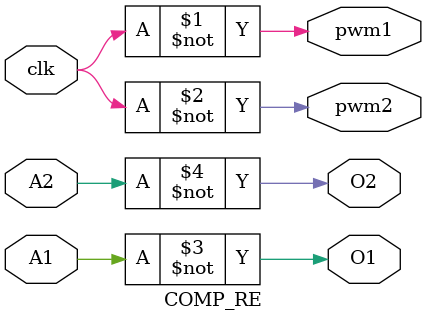
<source format=v>
module COMP_RE
(
input clk,
output  pwm1,
output  pwm2,
input A1,
input A2,
output  O1,
output  O2
);


assign pwm1=~clk;
assign pwm2=~clk;
assign O1=~A1;
assign O2=~A2;

endmodule


</source>
